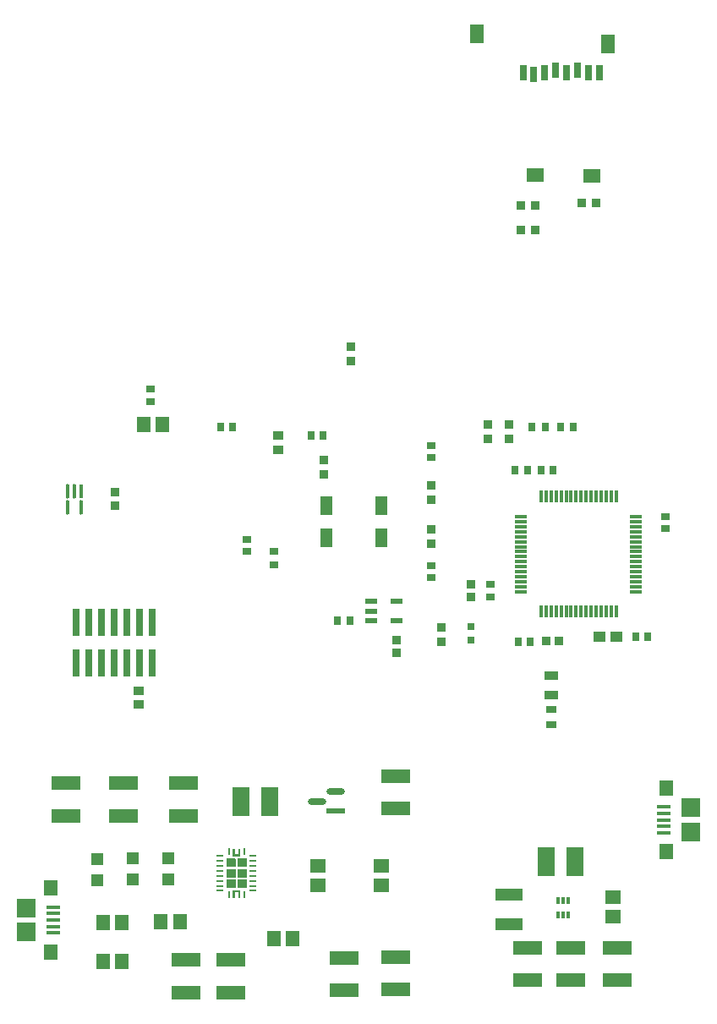
<source format=gtp>
G04*
G04 #@! TF.GenerationSoftware,Altium Limited,Altium Designer,23.4.1 (23)*
G04*
G04 Layer_Color=8421504*
%FSLAX25Y25*%
%MOIN*%
G70*
G04*
G04 #@! TF.SameCoordinates,C2C47735-DA82-4273-8B30-92E5B03AA998*
G04*
G04*
G04 #@! TF.FilePolarity,Positive*
G04*
G01*
G75*
%ADD17R,0.02913X0.10984*%
G04:AMPARAMS|DCode=18|XSize=23.62mil|YSize=9.45mil|CornerRadius=1.98mil|HoleSize=0mil|Usage=FLASHONLY|Rotation=0.000|XOffset=0mil|YOffset=0mil|HoleType=Round|Shape=RoundedRectangle|*
%AMROUNDEDRECTD18*
21,1,0.02362,0.00548,0,0,0.0*
21,1,0.01965,0.00945,0,0,0.0*
1,1,0.00397,0.00983,-0.00274*
1,1,0.00397,-0.00983,-0.00274*
1,1,0.00397,-0.00983,0.00274*
1,1,0.00397,0.00983,0.00274*
%
%ADD18ROUNDEDRECTD18*%
G04:AMPARAMS|DCode=19|XSize=71.82mil|YSize=24.33mil|CornerRadius=12.17mil|HoleSize=0mil|Usage=FLASHONLY|Rotation=180.000|XOffset=0mil|YOffset=0mil|HoleType=Round|Shape=RoundedRectangle|*
%AMROUNDEDRECTD19*
21,1,0.07182,0.00000,0,0,180.0*
21,1,0.04749,0.02433,0,0,180.0*
1,1,0.02433,-0.02375,0.00000*
1,1,0.02433,0.02375,0.00000*
1,1,0.02433,0.02375,0.00000*
1,1,0.02433,-0.02375,0.00000*
%
%ADD19ROUNDEDRECTD19*%
%ADD20R,0.04724X0.01181*%
%ADD21R,0.01181X0.04724*%
%ADD22R,0.03150X0.05906*%
%ADD23R,0.07087X0.05512*%
%ADD24R,0.05512X0.07480*%
%ADD25R,0.05315X0.01575*%
%ADD26R,0.05512X0.06299*%
%ADD27R,0.07480X0.07480*%
%ADD28R,0.06150X0.05542*%
%ADD29R,0.11614X0.05709*%
G04:AMPARAMS|DCode=30|XSize=9.45mil|YSize=23.62mil|CornerRadius=1.98mil|HoleSize=0mil|Usage=FLASHONLY|Rotation=0.000|XOffset=0mil|YOffset=0mil|HoleType=Round|Shape=RoundedRectangle|*
%AMROUNDEDRECTD30*
21,1,0.00945,0.01965,0,0,0.0*
21,1,0.00548,0.02362,0,0,0.0*
1,1,0.00397,0.00274,-0.00983*
1,1,0.00397,-0.00274,-0.00983*
1,1,0.00397,-0.00274,0.00983*
1,1,0.00397,0.00274,0.00983*
%
%ADD30ROUNDEDRECTD30*%
%ADD31R,0.05542X0.06150*%
%ADD32R,0.03681X0.03788*%
%ADD33R,0.03772X0.03591*%
%ADD34R,0.03543X0.02953*%
%ADD35R,0.03150X0.03740*%
%ADD36R,0.02953X0.03543*%
%ADD37R,0.03347X0.03543*%
%ADD38R,0.03591X0.03772*%
%ADD39R,0.04724X0.02362*%
%ADD40R,0.03788X0.03681*%
%ADD41R,0.03543X0.03347*%
G04:AMPARAMS|DCode=42|XSize=57.64mil|YSize=14.8mil|CornerRadius=7.4mil|HoleSize=0mil|Usage=FLASHONLY|Rotation=270.000|XOffset=0mil|YOffset=0mil|HoleType=Round|Shape=RoundedRectangle|*
%AMROUNDEDRECTD42*
21,1,0.05764,0.00000,0,0,270.0*
21,1,0.04284,0.01480,0,0,270.0*
1,1,0.01480,0.00000,-0.02142*
1,1,0.01480,0.00000,0.02142*
1,1,0.01480,0.00000,0.02142*
1,1,0.01480,0.00000,-0.02142*
%
%ADD42ROUNDEDRECTD42*%
%ADD43R,0.03740X0.03150*%
%ADD44R,0.02756X0.02559*%
%ADD45R,0.06903X0.11434*%
%ADD46R,0.01221X0.02598*%
%ADD47R,0.04724X0.04724*%
%ADD48R,0.10630X0.04528*%
%ADD49R,0.07182X0.02433*%
%ADD50R,0.03937X0.02953*%
%ADD51R,0.04921X0.04331*%
%ADD52R,0.04134X0.03543*%
%ADD53R,0.05512X0.03543*%
%ADD54R,0.01181X0.04724*%
%ADD55R,0.01480X0.05764*%
%ADD56R,0.05118X0.07480*%
G36*
X341437Y168307D02*
X341831D01*
X341831Y168307D01*
X341870Y168307D01*
X341942Y168277D01*
X341998Y168222D01*
X342027Y168149D01*
Y168110D01*
Y165453D01*
X342027D01*
X342027Y165414D01*
X341998Y165341D01*
X341942Y165286D01*
X341870Y165256D01*
X341831D01*
X339272Y165256D01*
X339272D01*
X339232Y165256D01*
X339160Y165286D01*
X339105Y165341D01*
X339075Y165414D01*
Y165453D01*
X339075Y168110D01*
X339075Y168149D01*
X339105Y168222D01*
X339160Y168277D01*
X339232Y168307D01*
X339272D01*
X339665Y168307D01*
X339665Y168307D01*
X339705D01*
X339777Y168277D01*
X339832Y168222D01*
X339862Y168149D01*
Y168110D01*
X339862Y166240D01*
X341240D01*
X341240Y168110D01*
Y168110D01*
X341240Y168149D01*
X341270Y168222D01*
X341325Y168277D01*
X341398Y168307D01*
X341437Y168307D01*
D02*
G37*
G36*
X344482Y164438D02*
X344537Y164383D01*
X344567Y164311D01*
Y164272D01*
Y161319D01*
Y161280D01*
X344537Y161207D01*
X344482Y161152D01*
X344409Y161122D01*
X341103D01*
X341030Y161152D01*
X340975Y161207D01*
X340945Y161280D01*
Y161319D01*
Y164272D01*
Y164311D01*
X340975Y164383D01*
X341030Y164438D01*
X341103Y164469D01*
X344409D01*
X344482Y164438D01*
D02*
G37*
G36*
X340072D02*
X340127Y164383D01*
X340158Y164311D01*
Y164272D01*
Y161319D01*
Y161280D01*
X340127Y161207D01*
X340072Y161152D01*
X340000Y161122D01*
X336693D01*
X336621Y161152D01*
X336565Y161207D01*
X336535Y161280D01*
Y161319D01*
Y164272D01*
Y164311D01*
X336565Y164383D01*
X336621Y164438D01*
X336693Y164469D01*
X340000D01*
X340072Y164438D01*
D02*
G37*
G36*
X344482Y160305D02*
X344537Y160249D01*
X344567Y160177D01*
Y160138D01*
Y157185D01*
Y157146D01*
X344537Y157073D01*
X344482Y157018D01*
X344409Y156988D01*
X341103D01*
X341030Y157018D01*
X340975Y157073D01*
X340945Y157146D01*
Y157185D01*
Y160138D01*
Y160177D01*
X340975Y160249D01*
X341030Y160305D01*
X341103Y160335D01*
X344409D01*
X344482Y160305D01*
D02*
G37*
G36*
X340072D02*
X340127Y160249D01*
X340158Y160177D01*
Y160138D01*
Y157185D01*
Y157146D01*
X340127Y157073D01*
X340072Y157018D01*
X340000Y156988D01*
X336693D01*
X336621Y157018D01*
X336565Y157073D01*
X336535Y157146D01*
Y157185D01*
Y160138D01*
Y160177D01*
X336565Y160249D01*
X336621Y160305D01*
X336693Y160335D01*
X340000D01*
X340072Y160305D01*
D02*
G37*
G36*
X344482Y156171D02*
X344537Y156115D01*
X344567Y156043D01*
Y156004D01*
Y153051D01*
Y153012D01*
X344537Y152940D01*
X344482Y152884D01*
X344409Y152854D01*
X341103D01*
X341030Y152884D01*
X340975Y152940D01*
X340945Y153012D01*
Y153051D01*
Y156004D01*
Y156043D01*
X340975Y156115D01*
X341030Y156171D01*
X341103Y156201D01*
X344409D01*
X344482Y156171D01*
D02*
G37*
G36*
X340072D02*
X340127Y156115D01*
X340158Y156043D01*
Y156004D01*
Y153051D01*
Y153012D01*
X340127Y152940D01*
X340072Y152884D01*
X340000Y152854D01*
X336693D01*
X336621Y152884D01*
X336565Y152940D01*
X336535Y153012D01*
Y153051D01*
Y156004D01*
Y156043D01*
X336565Y156115D01*
X336621Y156171D01*
X336693Y156201D01*
X340000D01*
X340072Y156171D01*
D02*
G37*
G36*
X341831Y152067D02*
X341870Y152067D01*
X341942Y152037D01*
X341998Y151982D01*
X342027Y151909D01*
Y151870D01*
X342027Y149213D01*
X342027Y149213D01*
X342027Y149173D01*
X341998Y149101D01*
X341942Y149046D01*
X341870Y149016D01*
X341437D01*
Y149016D01*
X341398D01*
X341325Y149046D01*
X341270Y149101D01*
X341240Y149173D01*
Y149213D01*
Y151083D01*
X339862D01*
X339862Y149213D01*
X339862D01*
X339862Y149173D01*
X339832Y149101D01*
X339777Y149046D01*
X339704Y149016D01*
X339665Y149016D01*
X339272Y149016D01*
X339232Y149016D01*
X339160Y149046D01*
X339105Y149101D01*
X339075Y149173D01*
Y149213D01*
X339075Y151870D01*
X339075Y151870D01*
X339075Y151909D01*
X339105Y151982D01*
X339160Y152037D01*
X339232Y152067D01*
X339272D01*
X341831Y152067D01*
Y152067D01*
D02*
G37*
D17*
X277126Y241594D02*
D03*
Y257618D02*
D03*
X297126Y241594D02*
D03*
Y257618D02*
D03*
X302126Y241594D02*
D03*
Y257618D02*
D03*
X307126Y241594D02*
D03*
Y257618D02*
D03*
X292126D02*
D03*
Y241594D02*
D03*
X287126Y257618D02*
D03*
Y241594D02*
D03*
X282126Y257618D02*
D03*
Y241594D02*
D03*
D18*
X347047Y161614D02*
D03*
Y163583D02*
D03*
X334055Y165551D02*
D03*
Y163583D02*
D03*
Y161614D02*
D03*
Y159646D02*
D03*
Y157677D02*
D03*
Y155709D02*
D03*
Y153740D02*
D03*
Y151772D02*
D03*
X347047D02*
D03*
Y153740D02*
D03*
Y155709D02*
D03*
Y157677D02*
D03*
Y159646D02*
D03*
Y165551D02*
D03*
D19*
X372204Y187008D02*
D03*
X379765Y190748D02*
D03*
D20*
X452756Y297244D02*
D03*
X498031Y299213D02*
D03*
Y297244D02*
D03*
X452756Y277559D02*
D03*
Y299213D02*
D03*
Y295276D02*
D03*
Y293307D02*
D03*
Y291339D02*
D03*
Y289370D02*
D03*
Y287402D02*
D03*
Y285433D02*
D03*
Y283465D02*
D03*
Y281496D02*
D03*
Y279528D02*
D03*
Y275591D02*
D03*
Y273622D02*
D03*
Y271654D02*
D03*
Y269685D02*
D03*
X498031D02*
D03*
Y271654D02*
D03*
Y273622D02*
D03*
Y275591D02*
D03*
Y277559D02*
D03*
Y279528D02*
D03*
Y281496D02*
D03*
Y283465D02*
D03*
Y285433D02*
D03*
Y287402D02*
D03*
Y289370D02*
D03*
Y291339D02*
D03*
Y293307D02*
D03*
Y295276D02*
D03*
D21*
X468504Y307087D02*
D03*
X490157Y261811D02*
D03*
X464567D02*
D03*
X460630Y307087D02*
D03*
X462598D02*
D03*
X488189Y261811D02*
D03*
X462598D02*
D03*
X460630D02*
D03*
X466535D02*
D03*
X468504D02*
D03*
X470472D02*
D03*
X472441D02*
D03*
X474409D02*
D03*
X476378D02*
D03*
X478346D02*
D03*
X480315D02*
D03*
X482283D02*
D03*
X484252D02*
D03*
X486220D02*
D03*
X490157Y307087D02*
D03*
X488189D02*
D03*
X486220D02*
D03*
X484252D02*
D03*
X482283D02*
D03*
X480315D02*
D03*
X478346D02*
D03*
X476378D02*
D03*
X472441D02*
D03*
X470472D02*
D03*
X466535D02*
D03*
X464567D02*
D03*
D22*
X453445Y474409D02*
D03*
X457776Y473622D02*
D03*
X462106Y474409D02*
D03*
X466437Y475197D02*
D03*
X470768Y474409D02*
D03*
X475098Y475197D02*
D03*
X479429Y474409D02*
D03*
X483760D02*
D03*
D23*
X480524Y433705D02*
D03*
X458169Y433858D02*
D03*
D24*
X435138Y489567D02*
D03*
X486909Y485630D02*
D03*
D25*
X268283Y145346D02*
D03*
Y142787D02*
D03*
Y140228D02*
D03*
Y137669D02*
D03*
Y135110D02*
D03*
X509055Y174606D02*
D03*
Y177165D02*
D03*
Y179724D02*
D03*
Y182283D02*
D03*
Y184843D02*
D03*
D26*
X267398Y152827D02*
D03*
Y127630D02*
D03*
X509941Y167126D02*
D03*
Y192323D02*
D03*
D27*
X257752Y144953D02*
D03*
Y135504D02*
D03*
X519587Y175000D02*
D03*
Y184449D02*
D03*
D28*
X488976Y141732D02*
D03*
Y149230D02*
D03*
X372689Y153921D02*
D03*
Y161418D02*
D03*
X397492Y153921D02*
D03*
Y161418D02*
D03*
D29*
X320472Y111713D02*
D03*
Y124508D02*
D03*
X338189Y111713D02*
D03*
Y124508D02*
D03*
X296063Y194193D02*
D03*
Y181398D02*
D03*
X273228Y194193D02*
D03*
Y181398D02*
D03*
X403150Y184153D02*
D03*
Y196949D02*
D03*
X472441Y129232D02*
D03*
Y116437D02*
D03*
X490551Y116437D02*
D03*
Y129232D02*
D03*
X455118Y116437D02*
D03*
Y129232D02*
D03*
X403150Y112894D02*
D03*
Y125689D02*
D03*
X383071Y112500D02*
D03*
Y125295D02*
D03*
X319685Y181398D02*
D03*
Y194193D02*
D03*
D30*
X337598Y167126D02*
D03*
Y150197D02*
D03*
X343504D02*
D03*
Y167126D02*
D03*
D31*
X303921Y335579D02*
D03*
X311418D02*
D03*
X287779Y123768D02*
D03*
X295276D02*
D03*
X362615Y132925D02*
D03*
X355117D02*
D03*
X310613Y139516D02*
D03*
X318111D02*
D03*
X295292Y139224D02*
D03*
X287795D02*
D03*
D32*
X482185Y422835D02*
D03*
X476552D02*
D03*
D33*
X452445Y421850D02*
D03*
X452457Y412299D02*
D03*
X458181D02*
D03*
X458169Y421850D02*
D03*
D34*
X509449Y299213D02*
D03*
X417323Y327165D02*
D03*
X344488Y290157D02*
D03*
X417323Y275197D02*
D03*
X440551Y272441D02*
D03*
X509449Y294488D02*
D03*
X440551Y267717D02*
D03*
X417323Y279921D02*
D03*
X344488Y285433D02*
D03*
X417323Y322441D02*
D03*
D35*
X473228Y334646D02*
D03*
X380118Y258268D02*
D03*
X457087Y334646D02*
D03*
X468110D02*
D03*
X385236Y258268D02*
D03*
X462205Y334646D02*
D03*
D36*
X502756Y251969D02*
D03*
X455118Y317717D02*
D03*
X460630D02*
D03*
X456201Y249902D02*
D03*
X465354Y317717D02*
D03*
X334252Y334646D02*
D03*
X498032Y251969D02*
D03*
X451476Y249902D02*
D03*
X450394Y317717D02*
D03*
X369783Y331201D02*
D03*
X374508D02*
D03*
X338976Y334646D02*
D03*
D37*
X467569Y250148D02*
D03*
X462451D02*
D03*
D38*
X439567Y335646D02*
D03*
X421260Y249894D02*
D03*
X448032Y329982D02*
D03*
Y335707D02*
D03*
X421260Y255618D02*
D03*
X417323Y305799D02*
D03*
Y311524D02*
D03*
X385638Y360425D02*
D03*
Y366150D02*
D03*
X417323Y288476D02*
D03*
Y294201D02*
D03*
X439567Y329921D02*
D03*
D39*
X403543Y258268D02*
D03*
X393701Y265748D02*
D03*
X403543D02*
D03*
X393701Y258268D02*
D03*
Y262008D02*
D03*
D40*
X374803Y316020D02*
D03*
Y321654D02*
D03*
D41*
X292520Y303740D02*
D03*
X403543Y250591D02*
D03*
X432874Y272638D02*
D03*
X403543Y245473D02*
D03*
X292520Y308858D02*
D03*
X432874Y267520D02*
D03*
D42*
X279134Y302756D02*
D03*
X276575Y309213D02*
D03*
X274016D02*
D03*
Y302756D02*
D03*
D43*
X355118Y280315D02*
D03*
X306693Y349606D02*
D03*
Y344685D02*
D03*
X355118Y285433D02*
D03*
D44*
X433071Y250591D02*
D03*
Y255906D02*
D03*
D45*
X473899Y163201D02*
D03*
X462676D02*
D03*
X342423Y186886D02*
D03*
X353647D02*
D03*
D46*
X471130Y147984D02*
D03*
X469161D02*
D03*
X467193D02*
D03*
Y142197D02*
D03*
X469161D02*
D03*
X471130D02*
D03*
D47*
X313665Y164665D02*
D03*
Y156397D02*
D03*
X299492Y164665D02*
D03*
Y156397D02*
D03*
X285713Y164272D02*
D03*
Y156004D02*
D03*
D48*
X448032Y138583D02*
D03*
Y150394D02*
D03*
D49*
X379765Y183268D02*
D03*
D50*
X464567Y217323D02*
D03*
Y223228D02*
D03*
D51*
X490157Y251969D02*
D03*
X483465D02*
D03*
D52*
X301969Y225197D02*
D03*
X357087Y325590D02*
D03*
Y331102D02*
D03*
X301969Y230709D02*
D03*
D53*
X464567Y228937D02*
D03*
Y236417D02*
D03*
D54*
X474409Y307087D02*
D03*
D55*
X279134Y309213D02*
D03*
D56*
X397638Y290945D02*
D03*
Y303543D02*
D03*
X375984Y290945D02*
D03*
Y303543D02*
D03*
M02*

</source>
